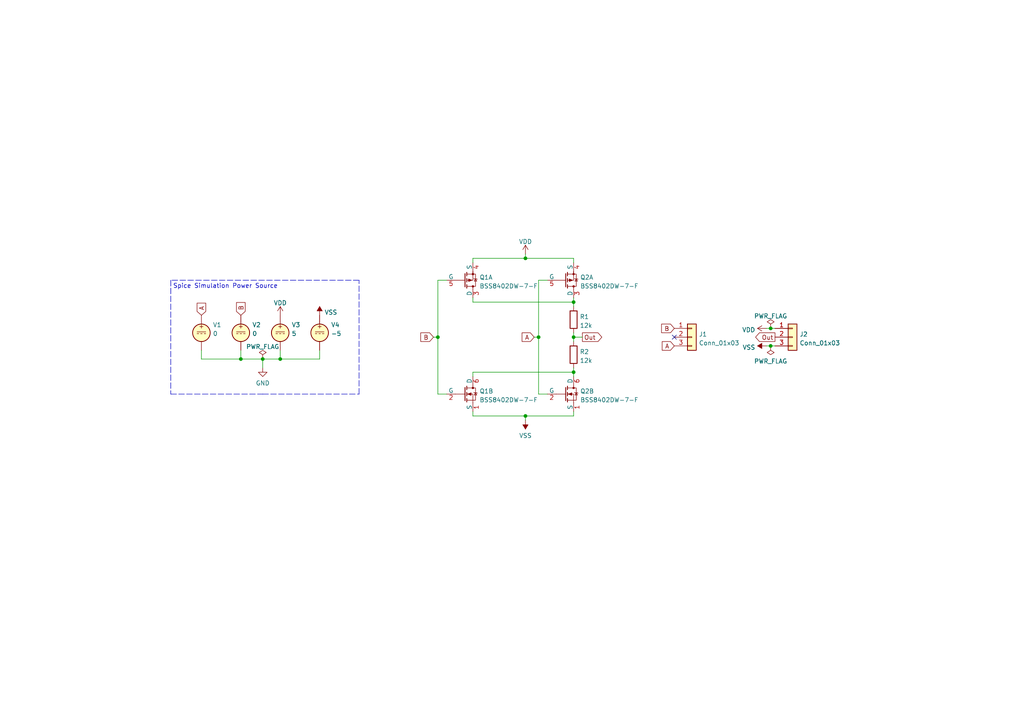
<source format=kicad_sch>
(kicad_sch (version 20250114) (generator "eeschema") (generator_version "9.0")
  (paper "A4")
  (title_block (title "Balanced Ternary Not Conensus Gate") (date "2022-08-05") (rev "0"))
  (lib_symbols
    (symbol "Connector_Generic:Conn_01x03" (pin_names (offset 1.016) (hide yes))
      (property "Reference" "J" (at 0 5.08 0))
      (property "Value" "Conn_01x03" (at 0 -5.08 0))
      (symbol "Conn_01x03_1_1"
        (rectangle (start -1.27 3.81) (end 1.27 -3.81) (stroke (width 0.254)) (fill (type background)))
        (rectangle (start -1.27 2.667) (end 0 2.413) (stroke (width 0.1524)))
        (rectangle (start -1.27 0.127) (end 0 -0.127) (stroke (width 0.1524)))
        (rectangle (start -1.27 -2.413) (end 0 -2.667) (stroke (width 0.1524)))
        (pin passive line (at -5.08 2.54 0) (length 3.81) (name "Pin_1") (number "1"))
        (pin passive line (at -5.08 0 0) (length 3.81) (name "Pin_2") (number "2"))
        (pin passive line (at -5.08 -2.54 0) (length 3.81) (name "Pin_3") (number "3"))
      )
    )
    (symbol "Device:R" (pin_numbers (hide yes)) (pin_names (offset 0))
      (property "Reference" "R" (at 2.032 0 90))
      (property "Value" "R" (at 0 0 90))
      (symbol "R_0_1"
        (rectangle (start -1.016 -2.54) (end 1.016 2.54) (stroke (width 0.254)))
      )
      (symbol "R_1_1"
        (pin passive line (at 0 3.81 270) (length 1.27) (name "~") (number "1"))
        (pin passive line (at 0 -3.81 90) (length 1.27) (name "~") (number "2"))
      )
    )
    (symbol "Simulation_SPICE:VDC" (pin_numbers (hide yes)) (pin_names (offset 0.0254))
      (property "Reference" "V" (at 2.54 2.54 0))
      (property "Value" "VDC" (at 2.54 0 0))
      (property "Spice_Model" "dc(1)" (at 2.54 -2.54 0))
      (symbol "VDC_0_0"
        (polyline (pts (xy -1.27 0.254) (xy 1.27 0.254)))
        (polyline (pts (xy -0.762 -0.254) (xy -1.27 -0.254)))
        (polyline (pts (xy 0.254 -0.254) (xy -0.254 -0.254)))
        (polyline (pts (xy 1.27 -0.254) (xy 0.762 -0.254)))
        (text "+" (at 0 1.905 0) (effects (font (size 1.27 1.27))))
      )
      (symbol "VDC_0_1"
        (circle (center 0 0) (radius 2.54) (stroke (width 0.254)) (fill (type background)))
      )
      (symbol "VDC_1_1"
        (pin passive line (at 0 5.08 270) (length 2.54) (name "~") (number "1"))
        (pin passive line (at 0 -5.08 90) (length 2.54) (name "~") (number "2"))
      )
    )
    (symbol "Tritium:BSS8402DW-7-F" (pin_names (offset 0))
      (property "Reference" "Q" (at 2.54 1.27 0))
      (property "Value" "BSS8402DW-7-F" (at 2.54 -1.27 0))
      (symbol "BSS8402DW-7-F_0_1"
        (polyline (pts (xy -2.286 0) (xy -5.08 0)))
        (polyline (pts (xy -2.286 -1.905) (xy -2.286 1.905)) (stroke (width 0.254)))
        (polyline (pts (xy -1.778 1.27) (xy -1.778 2.286)) (stroke (width 0.254)))
        (polyline (pts (xy -1.778 -0.508) (xy -1.778 0.508)) (stroke (width 0.254)))
        (polyline (pts (xy -1.778 -1.778) (xy 0.762 -1.778) (xy 0.762 1.778) (xy -1.778 1.778)))
        (polyline (pts (xy -1.778 -2.286) (xy -1.778 -1.27)) (stroke (width 0.254)))
        (polyline (pts (xy 0 2.54) (xy 0 1.778)))
        (circle (center 0 1.778) (radius 0.254) (fill (type outline)))
        (polyline (pts (xy 0.254 0.508) (xy 0.381 0.381) (xy 1.143 0.381) (xy 1.27 0.254)))
        (polyline (pts (xy 0.762 0.381) (xy 0.381 -0.254) (xy 1.143 -0.254) (xy 0.762 0.381)))
      )
      (symbol "BSS8402DW-7-F_1_1"
        (polyline (pts (xy -0.254 0) (xy -1.27 -0.381) (xy -1.27 0.381) (xy -0.254 0)) (fill (type outline)))
        (polyline (pts (xy 0 2.54) (xy 0 0) (xy -1.778 0)))
        (circle (center 0 -1.778) (radius 0.254) (fill (type outline)))
        (polyline (pts (xy 0 -2.54) (xy 0 -1.778)))
        (pin input line (at -7.62 0 0) (length 2.54) (name "G") (number "5"))
        (pin passive line (at 0 5.08 270) (length 2.54) (name "S") (number "4"))
        (pin passive line (at 0 -5.08 90) (length 2.54) (name "D") (number "3"))
      )
      (symbol "BSS8402DW-7-F_2_1"
        (polyline (pts (xy -1.524 0) (xy -0.508 0.381) (xy -0.508 -0.381) (xy -1.524 0)) (fill (type outline)))
        (polyline (pts (xy 0 -2.54) (xy 0 0) (xy -1.778 0)))
        (pin input line (at -7.62 0 0) (length 2.54) (name "G") (number "2"))
        (pin passive line (at 0 5.08 270) (length 2.54) (name "D") (number "6"))
        (pin passive line (at 0 -5.08 90) (length 2.54) (name "S") (number "1"))
      )
    )
    (symbol "power:GND" (power) (pin_names (offset 0))
      (property "Value" "GND" (at 0 -3.81 0))
      (symbol "GND_0_1"
        (polyline (pts (xy 0 0) (xy 0 -1.27) (xy 1.27 -1.27) (xy 0 -2.54) (xy -1.27 -1.27) (xy 0 -1.27)))
      )
      (symbol "GND_1_1"
        (pin power_in line (at 0 0 270) (length 0) (hide yes) (name "GND") (number "1"))
      )
    )
    (symbol "power:PWR_FLAG" (power) (pin_numbers (hide yes)) (pin_names (offset 0) (hide yes))
      (property "Value" "PWR_FLAG" (at 0 3.81 0))
      (symbol "PWR_FLAG_0_0"
        (pin power_out line (at 0 0 90) (length 0) (name "pwr") (number "1"))
      )
      (symbol "PWR_FLAG_0_1"
        (polyline (pts (xy 0 0) (xy 0 1.27) (xy -1.016 1.905) (xy 0 2.54) (xy 1.016 1.905) (xy 0 1.27)))
      )
    )
    (symbol "power:VDD" (power) (pin_names (offset 0))
      (property "Value" "VDD" (at 0 3.81 0))
      (symbol "VDD_0_1"
        (polyline (pts (xy -0.762 1.27) (xy 0 2.54)))
        (polyline (pts (xy 0 2.54) (xy 0.762 1.27)))
        (polyline (pts (xy 0 0) (xy 0 2.54)))
      )
      (symbol "VDD_1_1"
        (pin power_in line (at 0 0 90) (length 0) (hide yes) (name "VDD") (number "1"))
      )
    )
    (symbol "power:VSS" (power) (pin_names (offset 0))
      (property "Value" "VSS" (at 0 3.81 0))
      (symbol "VSS_0_1"
        (polyline (pts (xy 0 0) (xy 0 2.54)))
        (polyline (pts (xy 0.762 1.27) (xy -0.762 1.27) (xy 0 2.54) (xy 0.762 1.27)) (fill (type outline)))
      )
      (symbol "VSS_1_1"
        (pin power_in line (at 0 0 90) (length 0) (hide yes) (name "VSS") (number "1"))
      )
    )
  )
  (text "Spice Simulation Power Source\n" (at 50.165 83.82 0) (effects (font (size 1.27 1.27)) (justify left bottom)))
  (junction (at 156.21 97.79))
  (junction (at 76.2 104.14))
  (junction (at 223.52 95.25))
  (junction (at 152.4 120.65))
  (junction (at 223.52 100.33))
  (junction (at 152.4 74.93))
  (junction (at 127 97.79))
  (junction (at 166.37 97.79))
  (junction (at 81.28 104.14))
  (junction (at 166.37 107.95))
  (junction (at 69.85 104.14))
  (junction (at 166.37 87.63))
  (no_connect (at 195.58 97.79))
  (wire (pts (xy 76.2 104.14) (xy 76.2 106.68)))
  (polyline (pts (xy 76.2 114.3) (xy 104.14 114.3)) (stroke (width 0) (type dash)))
  (wire (pts (xy 127 97.79) (xy 127 114.3)))
  (wire (pts (xy 154.94 97.79) (xy 156.21 97.79)))
  (wire (pts (xy 152.4 73.66) (xy 152.4 74.93)))
  (wire (pts (xy 166.37 87.63) (xy 166.37 88.9)))
  (wire (pts (xy 166.37 76.2) (xy 166.37 74.93)))
  (wire (pts (xy 137.16 74.93) (xy 137.16 76.2)))
  (wire (pts (xy 166.37 97.79) (xy 166.37 99.06)))
  (wire (pts (xy 137.16 86.36) (xy 137.16 87.63)))
  (wire (pts (xy 166.37 97.79) (xy 168.91 97.79)))
  (polyline (pts (xy 104.14 81.28) (xy 49.53 81.28)) (stroke (width 0) (type dash)))
  (wire (pts (xy 69.85 101.6) (xy 69.85 104.14)))
  (wire (pts (xy 158.75 81.28) (xy 156.21 81.28)))
  (wire (pts (xy 92.71 104.14) (xy 92.71 101.6)))
  (wire (pts (xy 81.28 104.14) (xy 92.71 104.14)))
  (wire (pts (xy 152.4 120.65) (xy 137.16 120.65)))
  (wire (pts (xy 156.21 114.3) (xy 158.75 114.3)))
  (wire (pts (xy 58.42 101.6) (xy 58.42 104.14)))
  (polyline (pts (xy 49.53 114.3) (xy 76.2 114.3)) (stroke (width 0) (type dash)))
  (wire (pts (xy 166.37 74.93) (xy 152.4 74.93)))
  (wire (pts (xy 166.37 107.95) (xy 166.37 109.22)))
  (wire (pts (xy 166.37 96.52) (xy 166.37 97.79)))
  (wire (pts (xy 223.52 100.33) (xy 224.79 100.33)))
  (wire (pts (xy 129.54 81.28) (xy 127 81.28)))
  (polyline (pts (xy 49.53 81.28) (xy 49.53 114.3)) (stroke (width 0) (type dash)))
  (wire (pts (xy 222.25 100.33) (xy 223.52 100.33)))
  (polyline (pts (xy 104.14 114.3) (xy 104.14 81.28)) (stroke (width 0) (type dash)))
  (polyline (pts (xy 49.53 81.28) (xy 49.53 85.09)) (stroke (width 0) (type dash)))
  (wire (pts (xy 137.16 120.65) (xy 137.16 119.38)))
  (wire (pts (xy 81.28 101.6) (xy 81.28 104.14)))
  (wire (pts (xy 166.37 119.38) (xy 166.37 120.65)))
  (wire (pts (xy 156.21 97.79) (xy 156.21 114.3)))
  (wire (pts (xy 125.73 97.79) (xy 127 97.79)))
  (wire (pts (xy 166.37 107.95) (xy 166.37 106.68)))
  (wire (pts (xy 137.16 87.63) (xy 166.37 87.63)))
  (wire (pts (xy 127 81.28) (xy 127 97.79)))
  (wire (pts (xy 166.37 87.63) (xy 166.37 86.36)))
  (wire (pts (xy 58.42 104.14) (xy 69.85 104.14)))
  (wire (pts (xy 69.85 104.14) (xy 76.2 104.14)))
  (wire (pts (xy 137.16 107.95) (xy 166.37 107.95)))
  (wire (pts (xy 152.4 74.93) (xy 137.16 74.93)))
  (wire (pts (xy 76.2 104.14) (xy 81.28 104.14)))
  (wire (pts (xy 156.21 81.28) (xy 156.21 97.79)))
  (wire (pts (xy 127 114.3) (xy 129.54 114.3)))
  (wire (pts (xy 223.52 95.25) (xy 224.79 95.25)))
  (wire (pts (xy 222.25 95.25) (xy 223.52 95.25)))
  (wire (pts (xy 166.37 120.65) (xy 152.4 120.65)))
  (wire (pts (xy 137.16 109.22) (xy 137.16 107.95)))
  (wire (pts (xy 152.4 120.65) (xy 152.4 121.92)))
  (global_label "B" (shape input) (at 125.73 97.79 180) (property "Intersheetrefs" "${INTERSHEET_REFS}" (effects (hide yes))))
  (global_label "A" (shape input) (at 58.42 91.44 90) (property "Intersheetrefs" "${INTERSHEET_REFS}" (effects (hide yes))))
  (global_label "A" (shape input) (at 154.94 97.79 180) (property "Intersheetrefs" "${INTERSHEET_REFS}" (effects (hide yes))))
  (global_label "B" (shape input) (at 195.58 95.25 180) (property "Intersheetrefs" "${INTERSHEET_REFS}" (effects (hide yes))))
  (global_label "Out" (shape output) (at 224.79 97.79 180) (property "Intersheetrefs" "${INTERSHEET_REFS}" (effects (hide yes))))
  (global_label "A" (shape input) (at 195.58 100.33 180) (property "Intersheetrefs" "${INTERSHEET_REFS}" (effects (hide yes))))
  (global_label "B" (shape input) (at 69.85 91.44 90) (property "Intersheetrefs" "${INTERSHEET_REFS}" (effects (hide yes))))
  (global_label "Out" (shape output) (at 168.91 97.79 0) (property "Intersheetrefs" "${INTERSHEET_REFS}" (effects (hide yes))))
  (symbol (lib_id "Simulation_SPICE:VDC") (at 92.71 96.52 0) (unit 1)
    (property "Reference" "V4" (at 96.012 94.2271 0) (effects (justify left)))
    (property "Value" "-5" (at 96.012 96.764 0) (effects (justify left)))
    (property "Sim.Device" "V" (effects (hide yes)))
    (property "Sim.Type" "DC" (effects (hide yes)))
    (property "Sim.Pins" "1=+ 2=-" (effects (hide yes)))
  )
  (symbol (lib_id "Device:R") (at 166.37 102.87 0) (unit 1)
    (property "Reference" "R2" (at 168.148 102.0353 0) (effects (justify left)))
    (property "Value" "12k" (at 168.148 104.5722 0) (effects (justify left)))
    (property "Footprint" "Resistor_SMD:R_0603_1608Metric_Pad0.98x0.95mm_HandSolder" (effects (hide yes)))
  )
  (symbol (lib_id "Tritium:BSS8402DW-7-F") (at 137.16 81.28 0) (unit 1)
    (property "Reference" "Q1" (at 139.065 80.4453 0) (effects (justify left)))
    (property "Value" "BSS8402DW-7-F" (at 139.065 82.9822 0) (effects (justify left)))
    (property "Footprint" "Package_TO_SOT_SMD:SOT-363_SC-70-6_Handsoldering" (effects (hide yes)))
    (property "Datasheet" "https://www.diodes.com/assets/Datasheets/ds30380.pdf" (effects (hide yes)))
    (property "Sim.Device" "SPICE" (effects (hide yes)))
    (property "Sim.Params" "type=\"X\" model=\"BSS8402DW\" lib=\"/lab/dev/tritium/library/TritiumSpice.lib\"" (effects (hide yes)))
    (property "Sim.Pins" "3=1 4=2 5=3" (effects (hide yes)))
  )
  (symbol (lib_id "Device:R") (at 166.37 92.71 0) (unit 1)
    (property "Reference" "R1" (at 168.148 91.8753 0) (effects (justify left)))
    (property "Value" "12k" (at 168.148 94.4122 0) (effects (justify left)))
    (property "Footprint" "Resistor_SMD:R_0603_1608Metric_Pad0.98x0.95mm_HandSolder" (effects (hide yes)))
  )
  (symbol (lib_id "power:VDD") (at 152.4 73.66 0) (unit 1)
    (property "Reference" "#PWR0101" (effects (hide yes)))
    (property "Value" "VDD" (at 152.4 70.0842 0))
  )
  (symbol (lib_id "power:VSS") (at 152.4 121.92 180) (unit 1)
    (property "Reference" "#PWR0102" (effects (hide yes)))
    (property "Value" "VSS" (at 152.4 126.3634 0))
  )
  (symbol (lib_id "power:VDD") (at 222.25 95.25 90) (unit 1)
    (property "Reference" "#PWR0104" (effects (hide yes)))
    (property "Value" "VDD" (at 219.075 95.6838 90) (effects (justify left)))
  )
  (symbol (lib_id "Simulation_SPICE:VDC") (at 69.85 96.52 0) (unit 1)
    (property "Reference" "V2" (at 73.152 94.2271 0) (effects (justify left)))
    (property "Value" "0" (at 73.152 96.764 0) (effects (justify left)))
    (property "Sim.Device" "V" (effects (hide yes)))
    (property "Sim.Type" "DC" (effects (hide yes)))
    (property "Sim.Pins" "1=+ 2=-" (effects (hide yes)))
  )
  (symbol (lib_id "power:GND") (at 76.2 106.68 0) (unit 1)
    (property "Reference" "#PWR01" (effects (hide yes)))
    (property "Value" "GND" (at 76.2 111.1234 0))
  )
  (symbol (lib_id "power:PWR_FLAG") (at 223.52 95.25 0) (unit 1)
    (property "Reference" "#FLG0101" (effects (hide yes)))
    (property "Value" "PWR_FLAG" (at 223.52 91.6742 0))
  )
  (symbol (lib_id "power:PWR_FLAG") (at 223.52 100.33 180) (unit 1)
    (property "Reference" "#FLG0102" (effects (hide yes)))
    (property "Value" "PWR_FLAG" (at 223.52 104.7734 0))
  )
  (symbol (lib_id "Simulation_SPICE:VDC") (at 58.42 96.52 0) (unit 1)
    (property "Reference" "V1" (at 61.722 94.2271 0) (effects (justify left)))
    (property "Value" "0" (at 61.722 96.764 0) (effects (justify left)))
    (property "Sim.Device" "V" (effects (hide yes)))
    (property "Sim.Type" "DC" (effects (hide yes)))
    (property "Sim.Pins" "1=+ 2=-" (effects (hide yes)))
  )
  (symbol (lib_id "power:VSS") (at 222.25 100.33 90) (unit 1)
    (property "Reference" "#PWR0103" (effects (hide yes)))
    (property "Value" "VSS" (at 219.075 100.7638 90) (effects (justify left)))
  )
  (symbol (lib_id "power:VSS") (at 92.71 91.44 0) (unit 1)
    (property "Reference" "#PWR03" (effects (hide yes)))
    (property "Value" "VSS" (at 94.107 90.6038 0) (effects (justify left)))
  )
  (symbol (lib_id "Tritium:BSS8402DW-7-F") (at 137.16 114.3 0) (unit 2)
    (property "Reference" "Q1" (at 139.065 113.4653 0) (effects (justify left)))
    (property "Value" "BSS8402DW-7-F" (at 139.065 116.0022 0) (effects (justify left)))
    (property "Footprint" "Package_TO_SOT_SMD:SOT-363_SC-70-6_Handsoldering" (effects (hide yes)))
    (property "Datasheet" "https://www.diodes.com/assets/Datasheets/ds30380.pdf" (effects (hide yes)))
    (property "Sim.Device" "SPICE" (effects (hide yes)))
    (property "Sim.Params" "type=\"X\" model=\"BSS8402DW\" lib=\"/lab/dev/tritium/library/TritiumSpice.lib\"" (effects (hide yes)))
    (property "Sim.Pins" "1=1 2=2 6=3" (effects (hide yes)))
  )
  (symbol (lib_id "power:VDD") (at 81.28 91.44 0) (unit 1)
    (property "Reference" "#PWR02" (effects (hide yes)))
    (property "Value" "VDD" (at 81.28 87.8642 0))
  )
  (symbol (lib_id "Connector_Generic:Conn_01x03") (at 229.87 97.79 0) (unit 1) (exclude_from_sim yes)
    (property "Reference" "J2" (at 231.902 96.9553 0) (effects (justify left)))
    (property "Value" "Conn_01x03" (at 231.902 99.4922 0) (effects (justify left)))
    (property "Footprint" "Tritium:PinHeader_1x03_P2.54mm_Vertical_NoSilkscreen" (effects (hide yes)))
    (property "Sim.Device" "SPICE" (effects (hide yes)))
    (property "Sim.Params" "type=\"J\" model=\"Conn_01x03\" lib=\"\"" (effects (hide yes)))
    (property "Sim.Pins" "1=1 2=2 3=3" (effects (hide yes)))
  )
  (symbol (lib_id "Connector_Generic:Conn_01x03") (at 200.66 97.79 0) (unit 1) (exclude_from_sim yes)
    (property "Reference" "J1" (at 202.692 96.9553 0) (effects (justify left)))
    (property "Value" "Conn_01x03" (at 202.692 99.4922 0) (effects (justify left)))
    (property "Footprint" "Tritium:PinHeader_1x03_P2.54mm_Vertical_NoSilkscreen" (effects (hide yes)))
    (property "Sim.Device" "SPICE" (effects (hide yes)))
    (property "Sim.Params" "type=\"J\" model=\"Conn_01x03\" lib=\"\"" (effects (hide yes)))
    (property "Sim.Pins" "1=1 2=2 3=3" (effects (hide yes)))
  )
  (symbol (lib_id "Tritium:BSS8402DW-7-F") (at 166.37 81.28 0) (unit 1)
    (property "Reference" "Q2" (at 168.275 80.4453 0) (effects (justify left)))
    (property "Value" "BSS8402DW-7-F" (at 168.275 82.9822 0) (effects (justify left)))
    (property "Footprint" "Package_TO_SOT_SMD:SOT-363_SC-70-6_Handsoldering" (effects (hide yes)))
    (property "Datasheet" "https://www.diodes.com/assets/Datasheets/ds30380.pdf" (effects (hide yes)))
    (property "Sim.Device" "SPICE" (effects (hide yes)))
    (property "Sim.Params" "type=\"X\" model=\"BSS8402DW\" lib=\"/lab/dev/tritium/library/TritiumSpice.lib\"" (effects (hide yes)))
    (property "Sim.Pins" "3=1 4=2 5=3" (effects (hide yes)))
  )
  (symbol (lib_id "power:PWR_FLAG") (at 76.2 104.14 0) (unit 1)
    (property "Reference" "#FLG?" (effects (hide yes)))
    (property "Value" "PWR_FLAG" (at 76.2 100.5642 0))
  )
  (symbol (lib_id "Tritium:BSS8402DW-7-F") (at 166.37 114.3 0) (unit 2)
    (property "Reference" "Q2" (at 168.275 113.4653 0) (effects (justify left)))
    (property "Value" "BSS8402DW-7-F" (at 168.275 116.0022 0) (effects (justify left)))
    (property "Footprint" "Package_TO_SOT_SMD:SOT-363_SC-70-6_Handsoldering" (effects (hide yes)))
    (property "Datasheet" "https://www.diodes.com/assets/Datasheets/ds30380.pdf" (effects (hide yes)))
    (property "Sim.Device" "SPICE" (effects (hide yes)))
    (property "Sim.Params" "type=\"X\" model=\"BSS8402DW\" lib=\"/lab/dev/tritium/library/TritiumSpice.lib\"" (effects (hide yes)))
    (property "Sim.Pins" "1=1 2=2 6=3" (effects (hide yes)))
  )
  (symbol (lib_id "Simulation_SPICE:VDC") (at 81.28 96.52 0) (unit 1)
    (property "Reference" "V3" (at 84.582 94.2271 0) (effects (justify left)))
    (property "Value" "5" (at 84.582 96.764 0) (effects (justify left)))
    (property "Sim.Device" "V" (effects (hide yes)))
    (property "Sim.Type" "DC" (effects (hide yes)))
    (property "Sim.Pins" "1=+ 2=-" (effects (hide yes)))
  )
)
</source>
